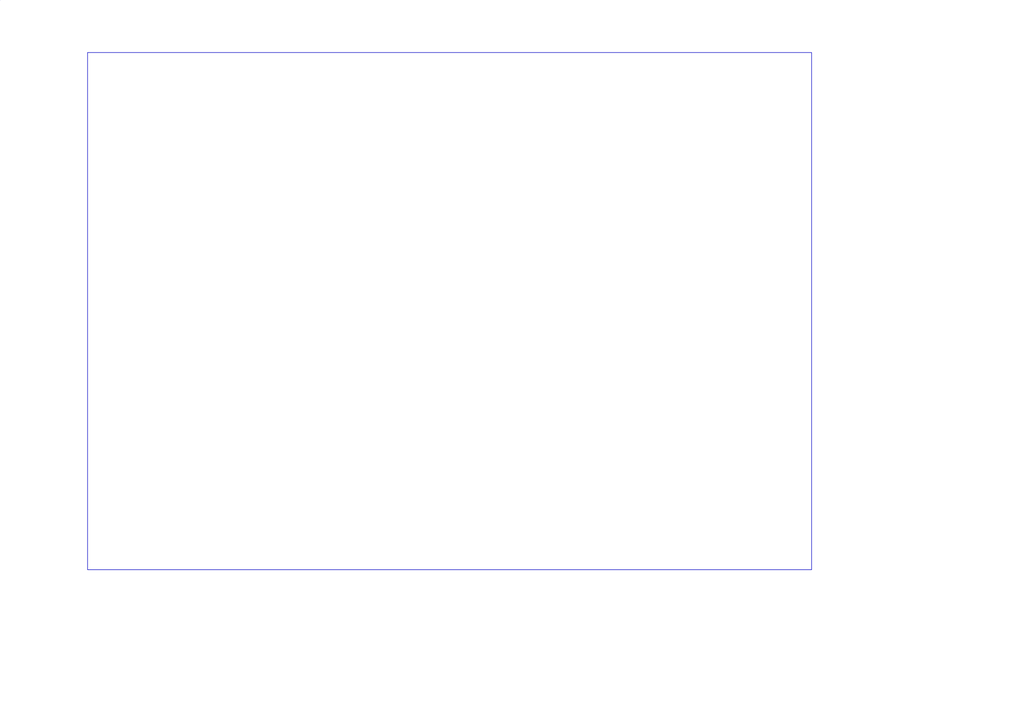
<source format=kicad_sch>
(kicad_sch
	(version 20231120)
	(generator "eeschema")
	(generator_version "8.0")
	(uuid "866320f2-c0ec-4dd6-97fb-afff28834899")
	(paper "A4")
	(title_block
		(title "80 m transceiver")
		(date "2024-03-01")
	)
	(lib_symbols)
	(rectangle
		(start 0 0)
		(end 0 0)
		(stroke
			(width 0)
			(type default)
		)
		(fill
			(type none)
		)
		(uuid 84e02801-c518-484d-ac8c-a62cd89260b9)
	)
	(rectangle
		(start 25.4 15.24)
		(end 235.4 165.24)
		(stroke
			(width 0)
			(type default)
		)
		(fill
			(type none)
		)
		(uuid ee13f3ca-80f3-4dfd-b904-55e77b47bde0)
	)
	(sheet_instances
		(path "/"
			(page "1")
		)
	)
)
</source>
